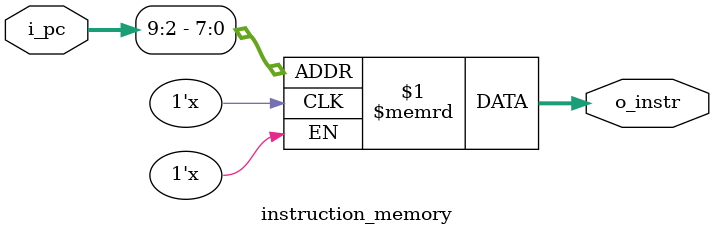
<source format=sv>
/**
    PBL3 - Instruction Memory for RISC-V Single Cycle Processor
    Intruction Memory module

    file name: instruction_memory.sv 

    Objective:
        Implement a word-addressable instruction memory for RISC-V processor.
        The memory should initialize with a program and provide synchronous read access.
    
    Specification:
        - 1KB memory (256 words of 32 bits each)
        - Word-addressable (byte addresses converted to word addresses)
        - Asynchronous read (combinational output)
        - Initialized with program code at startup
        - PC input is byte-addressable but converted to word address by dropping last 2 bits

Functional Diagram

                    +---------------------------+
                    |         Module            |
                    |   INSTRUCTION MEMORY      |
                    |                           |
     i_pc[31:0] --->| Program Counter 32 bits   |                      |
                    |                           |
                    |                           |
                    |       Instruction 32 bits |---> o_instr[31:0]
                    |                           |
                    +---------------------------+
                
**/

//----------------------------------------------------------------------------- 
//  instruction Memory Module
//-----------------------------------------------------------------------------
`timescale 1ns / 1ps  // Set simulation time unit to 1ns, precision to 1ps
module instruction_memory #(
    parameter P_DATA_WIDTH = 32,                // Word size (4 bytes)
    parameter P_ADDR_WIDTH = 10                 // Byte address width (1024 bytes)
)(
    input  logic [P_ADDR_WIDTH-1:0] i_pc,       // 10-bit PC counter address
    output logic [P_DATA_WIDTH-1:0] o_instr     // 32-bit data instruction
);
    // 1KB memory: 256 words (32-bit each)
    logic [P_DATA_WIDTH-1:0] l_rom [0:255];     // 256 words = 2^8

    // Convert byte address to word address (divide by 4)
    assign o_instr = l_rom[i_pc[P_ADDR_WIDTH-1:2]];

endmodule
</source>
